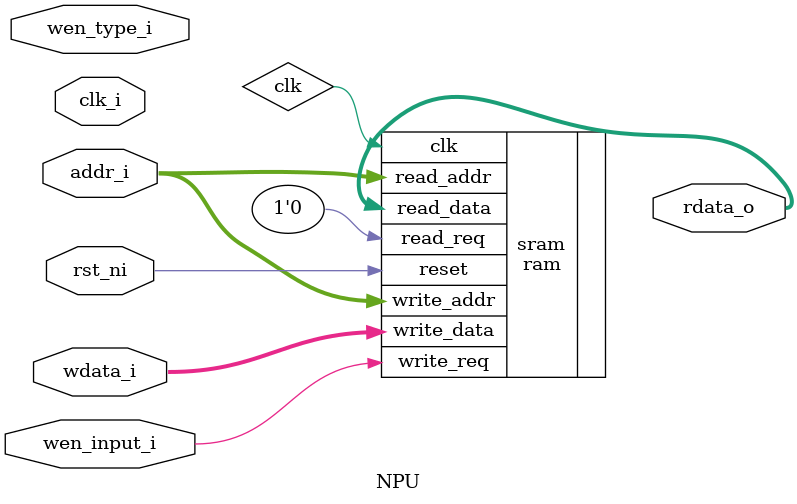
<source format=sv>

module NPU #(
    parameter DWidth = 32
)(
    // Basic signals
    input   logic                   clk_i,
    input   logic                   rst_ni,
    // From interface
    input   logic                   wen_type_i,
    input   logic                   wen_input_i,
    input   logic   [DWidth-1:0]    addr_i,
    input   logic   [DWidth-1:0]    wdata_i,
    // To master
    output  logic   [DWidth-1:0]    rdata_o
);
    localparam AddrWidth = 32;
    localparam TypeAddr   = 'h0;
    localparam InputAddr  = 'h4;
    localparam OutputAddr = 'h8;

    ram #(
        .DATA_WIDTH(DWidth),
        .ADDR_WIDTH(AddrWidth),
        .OUTPUT_REG(0) // not use we keep read_addr 
    ) sram (
        .clk(clk),
        .reset(rst_ni),
        .read_req(1'b0),   //since we not use REG
        .read_addr(addr_i),
        .read_data(rdata_o),   //output
        .write_req(wen_input_i),
        .write_addr(addr_i),
        .write_data(wdata_i)
    );

////////////////////////////////////////////////////////////////////////////////

endmodule
</source>
